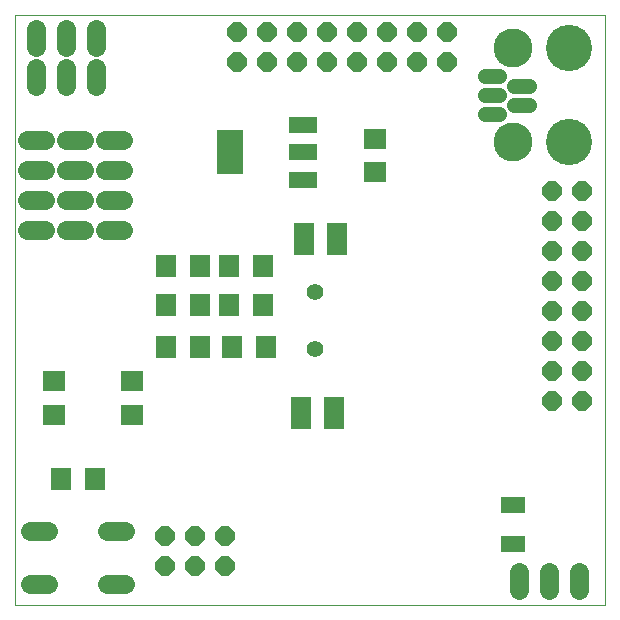
<source format=gts>
G75*
%MOIN*%
%OFA0B0*%
%FSLAX25Y25*%
%IPPOS*%
%LPD*%
%AMOC8*
5,1,8,0,0,1.08239X$1,22.5*
%
%ADD10C,0.00000*%
%ADD11C,0.06400*%
%ADD12OC8,0.06400*%
%ADD13R,0.06699X0.07498*%
%ADD14R,0.07498X0.06699*%
%ADD15R,0.08400X0.05400*%
%ADD16C,0.15400*%
%ADD17C,0.12998*%
%ADD18C,0.05156*%
%ADD19R,0.09200X0.05200*%
%ADD20R,0.09061X0.14573*%
%ADD21R,0.07487X0.06699*%
%ADD22C,0.05600*%
%ADD23R,0.06699X0.11030*%
D10*
X0002100Y0001100D02*
X0002100Y0197950D01*
X0198950Y0197950D01*
X0198950Y0001100D01*
X0002100Y0001100D01*
D11*
X0007300Y0008200D02*
X0013300Y0008200D01*
X0013300Y0026000D02*
X0007300Y0026000D01*
X0032900Y0026000D02*
X0038900Y0026000D01*
X0038900Y0008200D02*
X0032900Y0008200D01*
X0032100Y0126100D02*
X0038100Y0126100D01*
X0038100Y0136100D02*
X0032100Y0136100D01*
X0025100Y0136100D02*
X0019100Y0136100D01*
X0012100Y0136100D02*
X0006100Y0136100D01*
X0006100Y0126100D02*
X0012100Y0126100D01*
X0019100Y0126100D02*
X0025100Y0126100D01*
X0025100Y0146100D02*
X0019100Y0146100D01*
X0012100Y0146100D02*
X0006100Y0146100D01*
X0006100Y0156100D02*
X0012100Y0156100D01*
X0019100Y0156100D02*
X0025100Y0156100D01*
X0032100Y0156100D02*
X0038100Y0156100D01*
X0038100Y0146100D02*
X0032100Y0146100D01*
X0029100Y0174100D02*
X0029100Y0180100D01*
X0029100Y0187100D02*
X0029100Y0193100D01*
X0019100Y0193100D02*
X0019100Y0187100D01*
X0019100Y0180100D02*
X0019100Y0174100D01*
X0009100Y0174100D02*
X0009100Y0180100D01*
X0009100Y0187100D02*
X0009100Y0193100D01*
X0170100Y0012100D02*
X0170100Y0006100D01*
X0180100Y0006100D02*
X0180100Y0012100D01*
X0190100Y0012100D02*
X0190100Y0006100D01*
D12*
X0191100Y0069100D03*
X0191100Y0079100D03*
X0191100Y0089100D03*
X0191100Y0099100D03*
X0191100Y0109100D03*
X0191100Y0119100D03*
X0191100Y0129100D03*
X0191100Y0139100D03*
X0181100Y0139100D03*
X0181100Y0129100D03*
X0181100Y0119100D03*
X0181100Y0109100D03*
X0181100Y0099100D03*
X0181100Y0089100D03*
X0181100Y0079100D03*
X0181100Y0069100D03*
X0072100Y0024100D03*
X0072100Y0014100D03*
X0062100Y0014100D03*
X0052100Y0014100D03*
X0052100Y0024100D03*
X0062100Y0024100D03*
X0076100Y0182100D03*
X0076100Y0192100D03*
X0086100Y0192100D03*
X0086100Y0182100D03*
X0096100Y0182100D03*
X0096100Y0192100D03*
X0106100Y0192100D03*
X0106100Y0182100D03*
X0116100Y0182100D03*
X0126100Y0182100D03*
X0126100Y0192100D03*
X0116100Y0192100D03*
X0136100Y0192100D03*
X0136100Y0182100D03*
X0146100Y0182100D03*
X0146100Y0192100D03*
D13*
X0084698Y0114100D03*
X0073502Y0114100D03*
X0063698Y0114100D03*
X0052502Y0114100D03*
X0052502Y0101100D03*
X0063698Y0101100D03*
X0073502Y0101100D03*
X0084698Y0101100D03*
X0085698Y0087100D03*
X0074502Y0087100D03*
X0063698Y0087100D03*
X0052502Y0087100D03*
X0028698Y0043100D03*
X0017502Y0043100D03*
D14*
X0015100Y0064502D03*
X0015100Y0075698D03*
X0041100Y0075698D03*
X0041100Y0064502D03*
D15*
X0168100Y0034600D03*
X0168100Y0021600D03*
D16*
X0186746Y0155352D03*
X0186746Y0186848D03*
D17*
X0168242Y0186848D03*
X0168242Y0155352D03*
D18*
X0163517Y0164801D02*
X0158761Y0164801D01*
X0158761Y0171100D02*
X0163517Y0171100D01*
X0168635Y0167950D02*
X0173391Y0167950D01*
X0173391Y0174250D02*
X0168635Y0174250D01*
X0163517Y0177399D02*
X0158761Y0177399D01*
D19*
X0098300Y0161200D03*
X0098300Y0152100D03*
X0098300Y0143000D03*
D20*
X0073899Y0152100D03*
D21*
X0122100Y0156612D03*
X0122100Y0145588D03*
D22*
X0102100Y0105600D03*
X0102100Y0086600D03*
D23*
X0097588Y0065100D03*
X0108612Y0065100D03*
X0109612Y0123100D03*
X0098588Y0123100D03*
M02*

</source>
